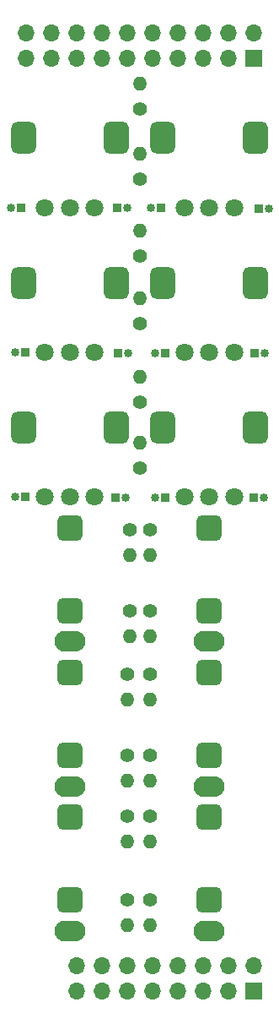
<source format=gts>
%TF.GenerationSoftware,KiCad,Pcbnew,(6.0.1)*%
%TF.CreationDate,2022-11-01T09:03:49-04:00*%
%TF.ProjectId,ER-PROTO-02-CTLS,45522d50-524f-4544-9f2d-30322d43544c,1*%
%TF.SameCoordinates,Original*%
%TF.FileFunction,Soldermask,Top*%
%TF.FilePolarity,Negative*%
%FSLAX46Y46*%
G04 Gerber Fmt 4.6, Leading zero omitted, Abs format (unit mm)*
G04 Created by KiCad (PCBNEW (6.0.1)) date 2022-11-01 09:03:49*
%MOMM*%
%LPD*%
G01*
G04 APERTURE LIST*
G04 Aperture macros list*
%AMRoundRect*
0 Rectangle with rounded corners*
0 $1 Rounding radius*
0 $2 $3 $4 $5 $6 $7 $8 $9 X,Y pos of 4 corners*
0 Add a 4 corners polygon primitive as box body*
4,1,4,$2,$3,$4,$5,$6,$7,$8,$9,$2,$3,0*
0 Add four circle primitives for the rounded corners*
1,1,$1+$1,$2,$3*
1,1,$1+$1,$4,$5*
1,1,$1+$1,$6,$7*
1,1,$1+$1,$8,$9*
0 Add four rect primitives between the rounded corners*
20,1,$1+$1,$2,$3,$4,$5,0*
20,1,$1+$1,$4,$5,$6,$7,0*
20,1,$1+$1,$6,$7,$8,$9,0*
20,1,$1+$1,$8,$9,$2,$3,0*%
G04 Aperture macros list end*
%ADD10R,0.850000X0.850000*%
%ADD11O,0.850000X0.850000*%
%ADD12RoundRect,0.625000X0.625000X-0.975000X0.625000X0.975000X-0.625000X0.975000X-0.625000X-0.975000X0*%
%ADD13RoundRect,0.578704X0.671296X-1.021296X0.671296X1.021296X-0.671296X1.021296X-0.671296X-1.021296X0*%
%ADD14C,1.800000*%
%ADD15C,1.400000*%
%ADD16O,1.400000X1.400000*%
%ADD17RoundRect,0.650000X-0.650000X-0.650000X0.650000X-0.650000X0.650000X0.650000X-0.650000X0.650000X0*%
%ADD18O,3.100000X2.100000*%
%ADD19R,1.700000X1.700000*%
%ADD20O,1.700000X1.700000*%
G04 APERTURE END LIST*
D10*
%TO.C,J20*%
X110244001Y-29464000D03*
D11*
X111244001Y-29464000D03*
%TD*%
D10*
%TO.C,J19*%
X110371001Y-44069000D03*
D11*
X111371001Y-44069000D03*
%TD*%
D10*
%TO.C,J18*%
X110117001Y-58547000D03*
D11*
X111117001Y-58547000D03*
%TD*%
D10*
%TO.C,J17*%
X124468001Y-29591000D03*
D11*
X125468001Y-29591000D03*
%TD*%
D10*
%TO.C,J16*%
X124087001Y-44069000D03*
D11*
X125087001Y-44069000D03*
%TD*%
D10*
%TO.C,J15*%
X123960001Y-58547000D03*
D11*
X124960001Y-58547000D03*
%TD*%
D12*
%TO.C,RV4*%
X114850000Y-37000000D03*
D13*
X124150000Y-37000000D03*
D14*
X122000000Y-44000000D03*
X119500000Y-44000000D03*
X117000000Y-44000000D03*
%TD*%
D15*
%TO.C,R4*%
X112522000Y-41098000D03*
D16*
X112522000Y-38558000D03*
%TD*%
D12*
%TO.C,RV2*%
X114850000Y-22500000D03*
D13*
X124150000Y-22500000D03*
D14*
X122000000Y-29500000D03*
X119500000Y-29500000D03*
X117000000Y-29500000D03*
%TD*%
D10*
%TO.C,J13*%
X101000001Y-43999988D03*
D11*
X100000001Y-43999988D03*
%TD*%
D13*
%TO.C,RV5*%
X110150000Y-51500000D03*
D12*
X100850000Y-51500000D03*
D14*
X108000000Y-58500000D03*
X105500000Y-58500000D03*
X103000000Y-58500000D03*
%TD*%
D15*
%TO.C,R17*%
X113588000Y-90474000D03*
D16*
X113588000Y-93014000D03*
%TD*%
D17*
%TO.C,J4*%
X119500000Y-84380000D03*
D18*
X119500000Y-87480000D03*
D17*
X119500000Y-76080000D03*
%TD*%
%TO.C,J5*%
X105500000Y-98880000D03*
D18*
X105500000Y-101980000D03*
D17*
X105500000Y-90580000D03*
%TD*%
D15*
%TO.C,R7*%
X111252000Y-90474000D03*
D16*
X111252000Y-93014000D03*
%TD*%
D15*
%TO.C,R13*%
X113538000Y-61772000D03*
D16*
X113538000Y-64312000D03*
%TD*%
D11*
%TO.C,J9*%
X114053999Y-58547000D03*
D10*
X115053999Y-58547000D03*
%TD*%
D15*
%TO.C,R12*%
X111506000Y-69900000D03*
D16*
X111506000Y-72440000D03*
%TD*%
D15*
%TO.C,R16*%
X113538000Y-84378000D03*
D16*
X113538000Y-86918000D03*
%TD*%
D15*
%TO.C,R15*%
X113538000Y-76250000D03*
D16*
X113538000Y-78790000D03*
%TD*%
D15*
%TO.C,R8*%
X111252000Y-98856000D03*
D16*
X111252000Y-101396000D03*
%TD*%
D15*
%TO.C,R11*%
X111506000Y-61772000D03*
D16*
X111506000Y-64312000D03*
%TD*%
D11*
%TO.C,J10*%
X114053999Y-44069000D03*
D10*
X115053999Y-44069000D03*
%TD*%
%TO.C,J11*%
X114672999Y-29499992D03*
D11*
X113672999Y-29499992D03*
%TD*%
D13*
%TO.C,RV6*%
X124150000Y-51500000D03*
D12*
X114850000Y-51500000D03*
D14*
X122000000Y-58500000D03*
X119500000Y-58500000D03*
X117000000Y-58500000D03*
%TD*%
D15*
%TO.C,R9*%
X111252000Y-76250000D03*
D16*
X111252000Y-78790000D03*
%TD*%
D15*
%TO.C,R6*%
X112522000Y-55576000D03*
D16*
X112522000Y-53036000D03*
%TD*%
D15*
%TO.C,R5*%
X112522000Y-48972000D03*
D16*
X112522000Y-46432000D03*
%TD*%
D17*
%TO.C,J1*%
X105500000Y-69880000D03*
D18*
X105500000Y-72980000D03*
D17*
X105500000Y-61580000D03*
%TD*%
D15*
%TO.C,R3*%
X112522000Y-34304000D03*
D16*
X112522000Y-31764000D03*
%TD*%
D15*
%TO.C,R18*%
X113538000Y-98856000D03*
D16*
X113538000Y-101396000D03*
%TD*%
D17*
%TO.C,J3*%
X105500000Y-84380000D03*
D18*
X105500000Y-87480000D03*
D17*
X105500000Y-76080000D03*
%TD*%
%TO.C,J6*%
X119500000Y-98880000D03*
D18*
X119500000Y-101980000D03*
D17*
X119500000Y-90580000D03*
%TD*%
D13*
%TO.C,RV1*%
X110150000Y-22500000D03*
D12*
X100850000Y-22500000D03*
D14*
X108000000Y-29500000D03*
X105500000Y-29500000D03*
X103000000Y-29500000D03*
%TD*%
D15*
%TO.C,R1*%
X112522000Y-19572000D03*
D16*
X112522000Y-17032000D03*
%TD*%
D10*
%TO.C,J14*%
X100575999Y-29499992D03*
D11*
X99575999Y-29499992D03*
%TD*%
D15*
%TO.C,R14*%
X113588000Y-69850000D03*
D16*
X113588000Y-72390000D03*
%TD*%
D13*
%TO.C,RV3*%
X110150000Y-37000000D03*
D12*
X100850000Y-37000000D03*
D14*
X108000000Y-44000000D03*
X105500000Y-44000000D03*
X103000000Y-44000000D03*
%TD*%
D15*
%TO.C,R2*%
X112522000Y-26620000D03*
D16*
X112522000Y-24080000D03*
%TD*%
D17*
%TO.C,J2*%
X119500000Y-69880000D03*
D18*
X119500000Y-72980000D03*
D17*
X119500000Y-61580000D03*
%TD*%
D10*
%TO.C,J12*%
X101000001Y-58500010D03*
D11*
X100000001Y-58500010D03*
%TD*%
D15*
%TO.C,R10*%
X111252000Y-84378000D03*
D16*
X111252000Y-86918000D03*
%TD*%
D19*
%TO.C,J8*%
X124000000Y-14500000D03*
D20*
X124000000Y-11960000D03*
X121460000Y-14500000D03*
X121460000Y-11960000D03*
X118920000Y-14500000D03*
X118920000Y-11960000D03*
X116380000Y-14500000D03*
X116380000Y-11960000D03*
X113840000Y-14500000D03*
X113840000Y-11960000D03*
X111300000Y-14500000D03*
X111300000Y-11960000D03*
X108760000Y-14500000D03*
X108760000Y-11960000D03*
X106220000Y-14500000D03*
X106220000Y-11960000D03*
X103680000Y-14500000D03*
X103680000Y-11960000D03*
X101140000Y-14500000D03*
X101140000Y-11960000D03*
%TD*%
D19*
%TO.C,J7*%
X124000000Y-108000000D03*
D20*
X124000000Y-105460000D03*
X121460000Y-108000000D03*
X121460000Y-105460000D03*
X118920000Y-108000000D03*
X118920000Y-105460000D03*
X116380000Y-108000000D03*
X116380000Y-105460000D03*
X113840000Y-108000000D03*
X113840000Y-105460000D03*
X111300000Y-108000000D03*
X111300000Y-105460000D03*
X108760000Y-108000000D03*
X108760000Y-105460000D03*
X106220000Y-108000000D03*
X106220000Y-105460000D03*
%TD*%
M02*

</source>
